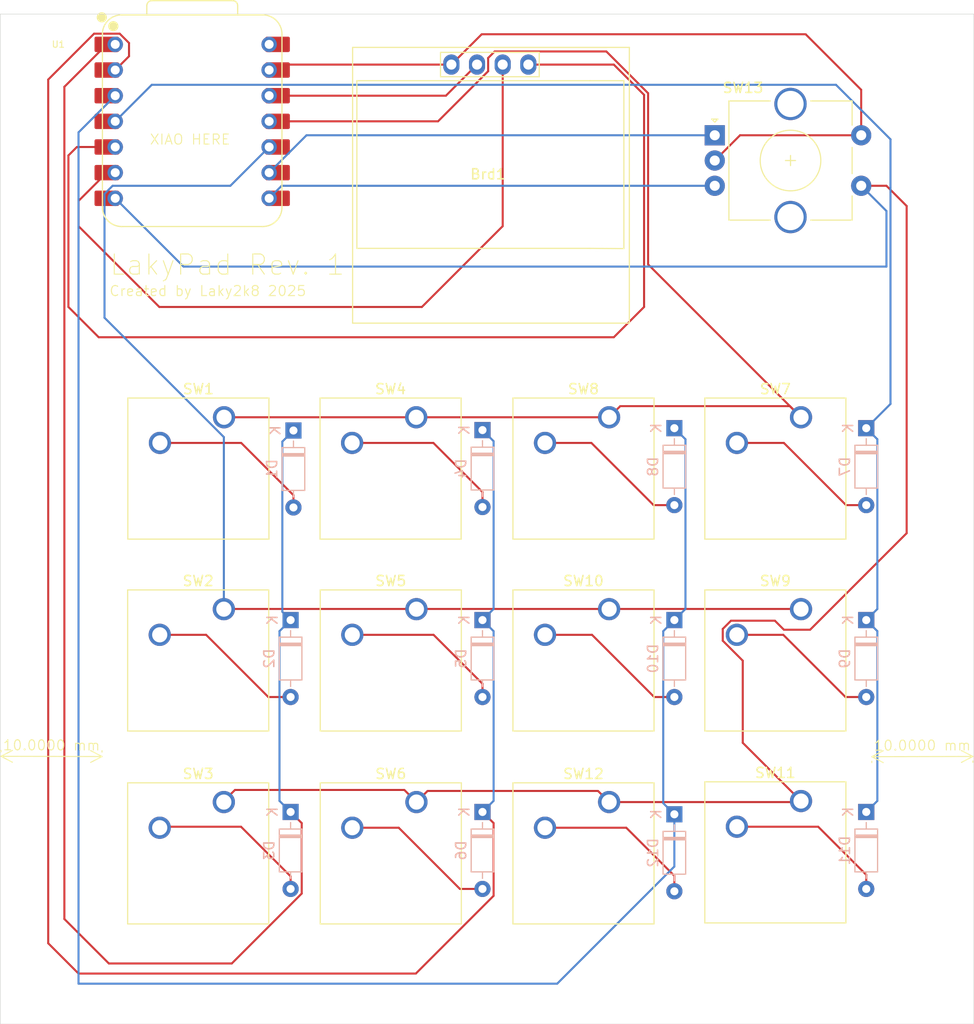
<source format=kicad_pcb>
(kicad_pcb (version 20240108) (generator "pcbnew") (generator_version "8.0")
  (layers (0 "F.Cu" signal) (31 "B.Cu" signal) (34 "B.Paste" user) (35 "F.Paste" user) (36 "B.SilkS" user "B.Silkscreen") (37 "F.SilkS" user "F.Silkscreen") (38 "B.Mask" user) (39 "F.Mask" user) (44 "Edge.Cuts" user))
  (net 0 "")
  (net 1 "+3.3V")
  (net 2 "GND")
  (net 3 "Net-(Brd1-SCL)")
  (net 4 "Net-(Brd1-SDA)")
  (net 5 "/Row 1")
  (net 6 "Net-(D1-A)")
  (net 7 "Net-(D2-A)")
  (net 8 "Net-(D3-A)")
  (net 9 "/Row 2")
  (net 10 "Net-(D4-A)")
  (net 11 "Net-(D5-A)")
  (net 12 "Net-(D6-A)")
  (net 13 "Net-(D11-K)")
  (net 14 "Net-(D7-A)")
  (net 15 "Net-(D8-A)")
  (net 16 "/Row 3")
  (net 17 "Net-(D9-A)")
  (net 18 "Net-(D10-A)")
  (net 19 "Net-(D11-A)")
  (net 20 "Net-(D12-A)")
  (net 21 "/Col 1")
  (net 22 "Net-(U1-GPIO4{slash}MISO)")
  (net 23 "/Col 3")
  (net 24 "Net-(U1-GPIO1{slash}RX)")
  (net 25 "Net-(U1-GPIO2{slash}SCK)")
  (net 26 "+5V")
  (footprint "Button_Switch_Keyboard:SW_Cherry_MX_1.00u_PCB" (layer "F.Cu") (at 156.54 59.92)
    (property "Reference" "SW8" (at -2.54 -2.794 0) (layer "F.SilkS"))
    (property "Value" "SW_Push")
    (pad "" np_thru_hole circle (at -7.62 5.08) (size 1.7 1.7) (drill 1.7) (layers "*.Cu" "*.Mask"))
    (pad "" np_thru_hole circle (at -2.54 5.08) (size 4 4) (drill 4) (layers "*.Cu" "*.Mask"))
    (pad "" np_thru_hole circle (at 2.54 5.08) (size 1.7 1.7) (drill 1.7) (layers "*.Cu" "*.Mask"))
    (pad "1" thru_hole circle (at 0 0) (size 2.2 2.2) (drill 1.5) (layers "*.Cu" "*.Mask") (net 21 "/Col 1"))
    (pad "2" thru_hole circle (at -6.35 2.54) (size 2.2 2.2) (drill 1.5) (layers "*.Cu" "*.Mask") (net 15 "Net-(D8-A)"))
  )
  (footprint "Button_Switch_Keyboard:SW_Cherry_MX_1.00u_PCB" (layer "F.Cu") (at 137.46 98.02)
    (property "Reference" "SW6" (at -2.54 -2.794 0) (layer "F.SilkS"))
    (property "Value" "SW_Push")
    (pad "" np_thru_hole circle (at -7.62 5.08) (size 1.7 1.7) (drill 1.7) (layers "*.Cu" "*.Mask"))
    (pad "" np_thru_hole circle (at -2.54 5.08) (size 4 4) (drill 4) (layers "*.Cu" "*.Mask"))
    (pad "" np_thru_hole circle (at 2.54 5.08) (size 1.7 1.7) (drill 1.7) (layers "*.Cu" "*.Mask"))
    (pad "1" thru_hole circle (at 0 0) (size 2.2 2.2) (drill 1.5) (layers "*.Cu" "*.Mask") (net 23 "/Col 3"))
    (pad "2" thru_hole circle (at -6.35 2.54) (size 2.2 2.2) (drill 1.5) (layers "*.Cu" "*.Mask") (net 12 "Net-(D6-A)"))
  )
  (footprint "Button_Switch_Keyboard:SW_Cherry_MX_1.00u_PCB" (layer "F.Cu") (at 175.54 59.92)
    (property "Reference" "SW7" (at -2.54 -2.794 0) (layer "F.SilkS"))
    (property "Value" "SW_Push")
    (pad "" np_thru_hole circle (at -7.62 5.08) (size 1.7 1.7) (drill 1.7) (layers "*.Cu" "*.Mask"))
    (pad "" np_thru_hole circle (at -2.54 5.08) (size 4 4) (drill 4) (layers "*.Cu" "*.Mask"))
    (pad "" np_thru_hole circle (at 2.54 5.08) (size 1.7 1.7) (drill 1.7) (layers "*.Cu" "*.Mask"))
    (pad "1" thru_hole circle (at 0 0) (size 2.2 2.2) (drill 1.5) (layers "*.Cu" "*.Mask") (net 21 "/Col 1"))
    (pad "2" thru_hole circle (at -6.35 2.54) (size 2.2 2.2) (drill 1.5) (layers "*.Cu" "*.Mask") (net 14 "Net-(D7-A)"))
  )
  (footprint "OPL:XIAO-RP2040-DIP" (layer "F.Cu") (at 115.255 30.62)
    (property "Reference" "U1" (at -13.255 -7.62 0) (layer "F.SilkS") (effects (font (size 0.635 0.635) (thickness 0.1016))))
    (property "Value" "XIAO-RP2040-DIP")
    (pad "1" smd roundrect (at -8.455 -7.62 180) (size 2.432 1.524) (layers "F.Cu" "F.Mask") (roundrect_rratio 0.1) (net 5 "/Row 1"))
    (pad "1" thru_hole circle (at -7.62 -7.62 180) (size 1.524 1.524) (drill 0.889) (layers "*.Cu" "*.Mask") (net 5 "/Row 1"))
    (pad "2" smd roundrect (at -8.455 -5.08 180) (size 2.432 1.524) (layers "F.Cu" "F.Mask") (roundrect_rratio 0.1) (net 9 "/Row 2"))
    (pad "2" thru_hole circle (at -7.62 -5.08 180) (size 1.524 1.524) (drill 0.889) (layers "*.Cu" "*.Mask") (net 9 "/Row 2"))
    (pad "3" smd roundrect (at -8.455 -2.54 180) (size 2.432 1.524) (layers "F.Cu" "F.Mask") (roundrect_rratio 0.1) (net 16 "/Row 3"))
    (pad "3" thru_hole circle (at -7.62 -2.54 180) (size 1.524 1.524) (drill 0.889) (layers "*.Cu" "*.Mask") (net 16 "/Row 3"))
    (pad "4" smd roundrect (at -8.455 0 180) (size 2.432 1.524) (layers "F.Cu" "F.Mask") (roundrect_rratio 0.1) (net 13 "Net-(D11-K)"))
    (pad "4" thru_hole circle (at -7.62 0 180) (size 1.524 1.524) (drill 0.889) (layers "*.Cu" "*.Mask") (net 13 "Net-(D11-K)"))
    (pad "5" smd roundrect (at -8.455 2.54 180) (size 2.432 1.524) (layers "F.Cu" "F.Mask") (roundrect_rratio 0.1) (net 4 "Net-(Brd1-SDA)"))
    (pad "5" thru_hole circle (at -7.62 2.54 180) (size 1.524 1.524) (drill 0.889) (layers "*.Cu" "*.Mask") (net 4 "Net-(Brd1-SDA)"))
    (pad "6" smd roundrect (at -8.455 5.08 180) (size 2.432 1.524) (layers "F.Cu" "F.Mask") (roundrect_rratio 0.1) (net 3 "Net-(Brd1-SCL)"))
    (pad "6" thru_hole circle (at -7.62 5.08 180) (size 1.524 1.524) (drill 0.889) (layers "*.Cu" "*.Mask") (net 3 "Net-(Brd1-SCL)"))
    (pad "7" smd roundrect (at -8.455 7.62 180) (size 2.432 1.524) (layers "F.Cu" "F.Mask") (roundrect_rratio 0.1) (net 23 "/Col 3"))
    (pad "7" thru_hole circle (at -7.62 7.62 180) (size 1.524 1.524) (drill 0.889) (layers "*.Cu" "*.Mask") (net 23 "/Col 3"))
    (pad "8" thru_hole circle (at 7.62 7.62) (size 1.524 1.524) (drill 0.889) (layers "*.Cu" "*.Mask") (net 24 "Net-(U1-GPIO1{slash}RX)"))
    (pad "8" smd roundrect (at 8.455 7.62) (size 2.432 1.524) (layers "F.Cu" "F.Mask") (roundrect_rratio 0.1) (net 24 "Net-(U1-GPIO1{slash}RX)"))
    (pad "9" thru_hole circle (at 7.62 5.08) (size 1.524 1.524) (drill 0.889) (layers "*.Cu" "*.Mask") (net 25 "Net-(U1-GPIO2{slash}SCK)"))
    (pad "9" smd roundrect (at 8.455 5.08) (size 2.432 1.524) (layers "F.Cu" "F.Mask") (roundrect_rratio 0.1) (net 25 "Net-(U1-GPIO2{slash}SCK)"))
    (pad "10" thru_hole circle (at 7.62 2.54) (size 1.524 1.524) (drill 0.889) (layers "*.Cu" "*.Mask") (net 22 "Net-(U1-GPIO4{slash}MISO)"))
    (pad "10" smd roundrect (at 8.455 2.54) (size 2.432 1.524) (layers "F.Cu" "F.Mask") (roundrect_rratio 0.1) (net 22 "Net-(U1-GPIO4{slash}MISO)"))
    (pad "11" thru_hole circle (at 7.62 0) (size 1.524 1.524) (drill 0.889) (layers "*.Cu" "*.Mask") (net 21 "/Col 1"))
    (pad "11" smd roundrect (at 8.455 0) (size 2.432 1.524) (layers "F.Cu" "F.Mask") (roundrect_rratio 0.1) (net 21 "/Col 1"))
    (pad "12" thru_hole circle (at 7.62 -2.54) (size 1.524 1.524) (drill 0.889) (layers "*.Cu" "*.Mask") (net 1 "+3.3V"))
    (pad "12" smd roundrect (at 8.455 -2.54) (size 2.432 1.524) (layers "F.Cu" "F.Mask") (roundrect_rratio 0.1) (net 1 "+3.3V"))
    (pad "13" thru_hole circle (at 7.62 -5.08) (size 1.524 1.524) (drill 0.889) (layers "*.Cu" "*.Mask") (net 2 "GND"))
    (pad "13" smd roundrect (at 8.455 -5.08) (size 2.432 1.524) (layers "F.Cu" "F.Mask") (roundrect_rratio 0.1) (net 2 "GND"))
    (pad "14" thru_hole circle (at 7.62 -7.62) (size 1.524 1.524) (drill 0.889) (layers "*.Cu" "*.Mask") (net 26 "+5V"))
    (pad "14" smd roundrect (at 8.455 -7.62) (size 2.432 1.524) (layers "F.Cu" "F.Mask") (roundrect_rratio 0.1) (net 26 "+5V"))
  )
  (footprint "Button_Switch_Keyboard:SW_Cherry_MX_1.00u_PCB" (layer "F.Cu") (at 156.54 98.02)
    (property "Reference" "SW12" (at -2.54 -2.794 0) (layer "F.SilkS"))
    (property "Value" "SW_Push")
    (pad "" np_thru_hole circle (at -7.62 5.08) (size 1.7 1.7) (drill 1.7) (layers "*.Cu" "*.Mask"))
    (pad "" np_thru_hole circle (at -2.54 5.08) (size 4 4) (drill 4) (layers "*.Cu" "*.Mask"))
    (pad "" np_thru_hole circle (at 2.54 5.08) (size 1.7 1.7) (drill 1.7) (layers "*.Cu" "*.Mask"))
    (pad "1" thru_hole circle (at 0 0) (size 2.2 2.2) (drill 1.5) (layers "*.Cu" "*.Mask") (net 23 "/Col 3"))
    (pad "2" thru_hole circle (at -6.35 2.54) (size 2.2 2.2) (drill 1.5) (layers "*.Cu" "*.Mask") (net 20 "Net-(D12-A)"))
  )
  (footprint "SSD1306:128x64OLED" (layer "F.Cu") (at 144.54 35.6)
    (property "Reference" "Brd1" (at 0 0.254 0) (layer "F.SilkS"))
    (property "Value" "SSD1306")
    (pad "1" thru_hole oval (at -3.62 -10.6 90) (size 2 1.6) (drill 1) (layers "*.Cu" "*.Mask") (net 2 "GND"))
    (pad "2" thru_hole oval (at -1.08 -10.6 90) (size 2 1.6) (drill 1) (layers "*.Cu" "*.Mask") (net 1 "+3.3V"))
    (pad "3" thru_hole oval (at 1.46 -10.6 90) (size 2 1.6) (drill 1) (layers "*.Cu" "*.Mask") (net 3 "Net-(Brd1-SCL)"))
    (pad "4" thru_hole oval (at 4 -10.6 90) (size 2 1.6) (drill 1) (layers "*.Cu" "*.Mask") (net 4 "Net-(Brd1-SDA)"))
  )
  (footprint "Button_Switch_Keyboard:SW_Cherry_MX_1.00u_PCB" (layer "F.Cu") (at 175.54 97.92)
    (property "Reference" "SW11" (at -2.54 -2.794 0) (layer "F.SilkS"))
    (property "Value" "SW_Push")
    (pad "" np_thru_hole circle (at -7.62 5.08) (size 1.7 1.7) (drill 1.7) (layers "*.Cu" "*.Mask"))
    (pad "" np_thru_hole circle (at -2.54 5.08) (size 4 4) (drill 4) (layers "*.Cu" "*.Mask"))
    (pad "" np_thru_hole circle (at 2.54 5.08) (size 1.7 1.7) (drill 1.7) (layers "*.Cu" "*.Mask"))
    (pad "1" thru_hole circle (at 0 0) (size 2.2 2.2) (drill 1.5) (layers "*.Cu" "*.Mask") (net 23 "/Col 3"))
    (pad "2" thru_hole circle (at -6.35 2.54) (size 2.2 2.2) (drill 1.5) (layers "*.Cu" "*.Mask") (net 19 "Net-(D11-A)"))
  )
  (footprint "Button_Switch_Keyboard:SW_Cherry_MX_1.00u_PCB" (layer "F.Cu") (at 137.46 78.92)
    (property "Reference" "SW5" (at -2.54 -2.794 0) (layer "F.SilkS"))
    (property "Value" "SW_Push")
    (pad "" np_thru_hole circle (at -7.62 5.08) (size 1.7 1.7) (drill 1.7) (layers "*.Cu" "*.Mask"))
    (pad "" np_thru_hole circle (at -2.54 5.08) (size 4 4) (drill 4) (layers "*.Cu" "*.Mask"))
    (pad "" np_thru_hole circle (at 2.54 5.08) (size 1.7 1.7) (drill 1.7) (layers "*.Cu" "*.Mask"))
    (pad "1" thru_hole circle (at 0 0) (size 2.2 2.2) (drill 1.5) (layers "*.Cu" "*.Mask") (net 22 "Net-(U1-GPIO4{slash}MISO)"))
    (pad "2" thru_hole circle (at -6.35 2.54) (size 2.2 2.2) (drill 1.5) (layers "*.Cu" "*.Mask") (net 11 "Net-(D5-A)"))
  )
  (footprint "Button_Switch_Keyboard:SW_Cherry_MX_1.00u_PCB" (layer "F.Cu") (at 137.44 59.92)
    (property "Reference" "SW4" (at -2.54 -2.794 0) (layer "F.SilkS"))
    (property "Value" "SW_Push")
    (pad "" np_thru_hole circle (at -7.62 5.08) (size 1.7 1.7) (drill 1.7) (layers "*.Cu" "*.Mask"))
    (pad "" np_thru_hole circle (at -2.54 5.08) (size 4 4) (drill 4) (layers "*.Cu" "*.Mask"))
    (pad "" np_thru_hole circle (at 2.54 5.08) (size 1.7 1.7) (drill 1.7) (layers "*.Cu" "*.Mask"))
    (pad "1" thru_hole circle (at 0 0) (size 2.2 2.2) (drill 1.5) (layers "*.Cu" "*.Mask") (net 21 "/Col 1"))
    (pad "2" thru_hole circle (at -6.35 2.54) (size 2.2 2.2) (drill 1.5) (layers "*.Cu" "*.Mask") (net 10 "Net-(D4-A)"))
  )
  (footprint "Button_Switch_Keyboard:SW_Cherry_MX_1.00u_PCB" (layer "F.Cu") (at 118.39 78.92)
    (property "Reference" "SW2" (at -2.54 -2.794 0) (layer "F.SilkS"))
    (property "Value" "SW_Push")
    (pad "" np_thru_hole circle (at -7.62 5.08) (size 1.7 1.7) (drill 1.7) (layers "*.Cu" "*.Mask"))
    (pad "" np_thru_hole circle (at -2.54 5.08) (size 4 4) (drill 4) (layers "*.Cu" "*.Mask"))
    (pad "" np_thru_hole circle (at 2.54 5.08) (size 1.7 1.7) (drill 1.7) (layers "*.Cu" "*.Mask"))
    (pad "1" thru_hole circle (at 0 0) (size 2.2 2.2) (drill 1.5) (layers "*.Cu" "*.Mask") (net 22 "Net-(U1-GPIO4{slash}MISO)"))
    (pad "2" thru_hole circle (at -6.35 2.54) (size 2.2 2.2) (drill 1.5) (layers "*.Cu" "*.Mask") (net 7 "Net-(D2-A)"))
  )
  (footprint "Button_Switch_Keyboard:SW_Cherry_MX_1.00u_PCB" (layer "F.Cu") (at 118.41 59.92)
    (property "Reference" "SW1" (at -2.54 -2.794 0) (layer "F.SilkS"))
    (property "Value" "SW_Push")
    (pad "" np_thru_hole circle (at -7.62 5.08) (size 1.7 1.7) (drill 1.7) (layers "*.Cu" "*.Mask"))
    (pad "" np_thru_hole circle (at -2.54 5.08) (size 4 4) (drill 4) (layers "*.Cu" "*.Mask"))
    (pad "" np_thru_hole circle (at 2.54 5.08) (size 1.7 1.7) (drill 1.7) (layers "*.Cu" "*.Mask"))
    (pad "1" thru_hole circle (at 0 0) (size 2.2 2.2) (drill 1.5) (layers "*.Cu" "*.Mask") (net 21 "/Col 1"))
    (pad "2" thru_hole circle (at -6.35 2.54) (size 2.2 2.2) (drill 1.5) (layers "*.Cu" "*.Mask") (net 6 "Net-(D1-A)"))
  )
  (footprint "Rotary:RotaryEncoder_Alps_EC11E-Switch_Vertical_H20mm_CircularMountingHoles" (layer "F.Cu") (at 167 32)
    (property "Reference" "SW13" (at 2.8 -4.7 0) (layer "F.SilkS"))
    (property "Value" "RotaryEncoder_Switch")
    (pad "A" thru_hole rect (at 0 0) (size 2 2) (drill 1) (layers "*.Cu" "*.Mask") (net 25 "Net-(U1-GPIO2{slash}SCK)"))
    (pad "B" thru_hole circle (at 0 5) (size 2 2) (drill 1) (layers "*.Cu" "*.Mask") (net 24 "Net-(U1-GPIO1{slash}RX)"))
    (pad "C" thru_hole circle (at 0 2.5) (size 2 2) (drill 1) (layers "*.Cu" "*.Mask") (net 2 "GND"))
    (pad "MP" thru_hole circle (at 7.5 -3.1) (size 3.2 3.2) (drill 2.6) (layers "*.Cu" "*.Mask"))
    (pad "MP" thru_hole circle (at 7.5 8.1) (size 3.2 3.2) (drill 2.6) (layers "*.Cu" "*.Mask"))
    (pad "S1" thru_hole circle (at 14.5 5) (size 2 2) (drill 1) (layers "*.Cu" "*.Mask") (net 23 "/Col 3"))
    (pad "S2" thru_hole circle (at 14.5 0) (size 2 2) (drill 1) (layers "*.Cu" "*.Mask") (net 2 "GND"))
  )
  (footprint "Button_Switch_Keyboard:SW_Cherry_MX_1.00u_PCB" (layer "F.Cu") (at 156.54 78.92)
    (property "Reference" "SW10" (at -2.54 -2.794 0) (layer "F.SilkS"))
    (property "Value" "SW_Push")
    (pad "" np_thru_hole circle (at -7.62 5.08) (size 1.7 1.7) (drill 1.7) (layers "*.Cu" "*.Mask"))
    (pad "" np_thru_hole circle (at -2.54 5.08) (size 4 4) (drill 4) (layers "*.Cu" "*.Mask"))
    (pad "" np_thru_hole circle (at 2.54 5.08) (size 1.7 1.7) (drill 1.7) (layers "*.Cu" "*.Mask"))
    (pad "1" thru_hole circle (at 0 0) (size 2.2 2.2) (drill 1.5) (layers "*.Cu" "*.Mask") (net 22 "Net-(U1-GPIO4{slash}MISO)"))
    (pad "2" thru_hole circle (at -6.35 2.54) (size 2.2 2.2) (drill 1.5) (layers "*.Cu" "*.Mask") (net 18 "Net-(D10-A)"))
  )
  (footprint "Button_Switch_Keyboard:SW_Cherry_MX_1.00u_PCB" (layer "F.Cu") (at 118.39 98.02)
    (property "Reference" "SW3" (at -2.54 -2.794 0) (layer "F.SilkS"))
    (property "Value" "SW_Push")
    (pad "" np_thru_hole circle (at -7.62 5.08) (size 1.7 1.7) (drill 1.7) (layers "*.Cu" "*.Mask"))
    (pad "" np_thru_hole circle (at -2.54 5.08) (size 4 4) (drill 4) (layers "*.Cu" "*.Mask"))
    (pad "" np_thru_hole circle (at 2.54 5.08) (size 1.7 1.7) (drill 1.7) (layers "*.Cu" "*.Mask"))
    (pad "1" thru_hole circle (at 0 0) (size 2.2 2.2) (drill 1.5) (layers "*.Cu" "*.Mask") (net 23 "/Col 3"))
    (pad "2" thru_hole circle (at -6.35 2.54) (size 2.2 2.2) (drill 1.5) (layers "*.Cu" "*.Mask") (net 8 "Net-(D3-A)"))
  )
  (footprint "Button_Switch_Keyboard:SW_Cherry_MX_1.00u_PCB" (layer "F.Cu") (at 175.54 78.92)
    (property "Reference" "SW9" (at -2.54 -2.794 0) (layer "F.SilkS"))
    (property "Value" "SW_Push")
    (pad "" np_thru_hole circle (at -7.62 5.08) (size 1.7 1.7) (drill 1.7) (layers "*.Cu" "*.Mask"))
    (pad "" np_thru_hole circle (at -2.54 5.08) (size 4 4) (drill 4) (layers "*.Cu" "*.Mask"))
    (pad "" np_thru_hole circle (at 2.54 5.08) (size 1.7 1.7) (drill 1.7) (layers "*.Cu" "*.Mask"))
    (pad "1" thru_hole circle (at 0 0) (size 2.2 2.2) (drill 1.5) (layers "*.Cu" "*.Mask") (net 22 "Net-(U1-GPIO4{slash}MISO)"))
    (pad "2" thru_hole circle (at -6.35 2.54) (size 2.2 2.2) (drill 1.5) (layers "*.Cu" "*.Mask") (net 17 "Net-(D9-A)"))
  )
  (footprint "Diode_THT:D_DO-35_SOD27_P7.62mm_Horizontal" (layer "B.Cu") (at 182 61 -90)
    (property "Reference" "D7" (at 3.81 2.12 90) (layer "B.SilkS") (effects (justify mirror)))
    (property "Value" "1N4148")
    (fp_text user "K" (at 0 1.8 90) (layer "B.SilkS") (effects (justify mirror)))
    (pad "1" thru_hole rect (at 0 0 270) (size 1.6 1.6) (drill 0.8) (layers "*.Cu" "*.Mask") (net 13 "Net-(D11-K)"))
    (pad "2" thru_hole oval (at 7.62 0 270) (size 1.6 1.6) (drill 0.8) (layers "*.Cu" "*.Mask") (net 14 "Net-(D7-A)"))
  )
  (footprint "Diode_THT:D_DO-35_SOD27_P7.62mm_Horizontal" (layer "B.Cu") (at 182 99 -90)
    (property "Reference" "D11" (at 3.81 2.12 90) (layer "B.SilkS") (effects (justify mirror)))
    (property "Value" "1N4148")
    (fp_text user "K" (at 0 1.8 90) (layer "B.SilkS") (effects (justify mirror)))
    (pad "1" thru_hole rect (at 0 0 270) (size 1.6 1.6) (drill 0.8) (layers "*.Cu" "*.Mask") (net 13 "Net-(D11-K)"))
    (pad "2" thru_hole oval (at 7.62 0 270) (size 1.6 1.6) (drill 0.8) (layers "*.Cu" "*.Mask") (net 19 "Net-(D11-A)"))
  )
  (footprint "Diode_THT:D_DO-35_SOD27_P7.62mm_Horizontal" (layer "B.Cu") (at 144 61.19 -90)
    (property "Reference" "D4" (at 3.81 2.12 90) (layer "B.SilkS") (effects (justify mirror)))
    (property "Value" "1N4148")
    (fp_text user "K" (at 0 1.8 90) (layer "B.SilkS") (effects (justify mirror)))
    (pad "1" thru_hole rect (at 0 0 270) (size 1.6 1.6) (drill 0.8) (layers "*.Cu" "*.Mask") (net 9 "/Row 2"))
    (pad "2" thru_hole oval (at 7.62 0 270) (size 1.6 1.6) (drill 0.8) (layers "*.Cu" "*.Mask") (net 10 "Net-(D4-A)"))
  )
  (footprint "Diode_THT:D_DO-35_SOD27_P7.62mm_Horizontal" (layer "B.Cu") (at 163 61 -90)
    (property "Reference" "D8" (at 3.81 2.12 90) (layer "B.SilkS") (effects (justify mirror)))
    (property "Value" "1N4148")
    (fp_text user "K" (at 0 1.8 90) (layer "B.SilkS") (effects (justify mirror)))
    (pad "1" thru_hole rect (at 0 0 270) (size 1.6 1.6) (drill 0.8) (layers "*.Cu" "*.Mask") (net 16 "/Row 3"))
    (pad "2" thru_hole oval (at 7.62 0 270) (size 1.6 1.6) (drill 0.8) (layers "*.Cu" "*.Mask") (net 15 "Net-(D8-A)"))
  )
  (footprint "Diode_THT:D_DO-35_SOD27_P7.62mm_Horizontal" (layer "B.Cu") (at 144 80 -90)
    (property "Reference" "D5" (at 3.81 2.12 90) (layer "B.SilkS") (effects (justify mirror)))
    (property "Value" "1N4148")
    (fp_text user "K" (at 0 1.8 90) (layer "B.SilkS") (effects (justify mirror)))
    (pad "1" thru_hole rect (at 0 0 270) (size 1.6 1.6) (drill 0.8) (layers "*.Cu" "*.Mask") (net 9 "/Row 2"))
    (pad "2" thru_hole oval (at 7.62 0 270) (size 1.6 1.6) (drill 0.8) (layers "*.Cu" "*.Mask") (net 11 "Net-(D5-A)"))
  )
  (footprint "Diode_THT:D_DO-35_SOD27_P7.62mm_Horizontal" (layer "B.Cu") (at 144 99 -90)
    (property "Reference" "D6" (at 3.81 2.12 90) (layer "B.SilkS") (effects (justify mirror)))
    (property "Value" "1N4148")
    (fp_text user "K" (at 0 1.8 90) (layer "B.SilkS") (effects (justify mirror)))
    (pad "1" thru_hole rect (at 0 0 270) (size 1.6 1.6) (drill 0.8) (layers "*.Cu" "*.Mask") (net 9 "/Row 2"))
    (pad "2" thru_hole oval (at 7.62 0 270) (size 1.6 1.6) (drill 0.8) (layers "*.Cu" "*.Mask") (net 12 "Net-(D6-A)"))
  )
  (footprint "Diode_THT:D_DO-35_SOD27_P7.62mm_Horizontal" (layer "B.Cu") (at 125.2825 61.23125 -90)
    (property "Reference" "D1" (at 3.81 2.12 90) (layer "B.SilkS") (effects (justify mirror)))
    (property "Value" "1N4148")
    (fp_text user "K" (at 0 1.8 90) (layer "B.SilkS") (effects (justify mirror)))
    (pad "1" thru_hole rect (at 0 0 270) (size 1.6 1.6) (drill 0.8) (layers "*.Cu" "*.Mask") (net 5 "/Row 1"))
    (pad "2" thru_hole oval (at 7.62 0 270) (size 1.6 1.6) (drill 0.8) (layers "*.Cu" "*.Mask") (net 6 "Net-(D1-A)"))
  )
  (footprint "Diode_THT:D_DO-35_SOD27_P7.62mm_Horizontal" (layer "B.Cu") (at 163 99.23125 -90)
    (property "Reference" "D12" (at 3.81 2.12 90) (layer "B.SilkS") (effects (justify mirror)))
    (property "Value" "1N4148")
    (fp_text user "K" (at 0 1.8 90) (layer "B.SilkS") (effects (justify mirror)))
    (pad "1" thru_hole rect (at 0 0 270) (size 1.6 1.6) (drill 0.8) (layers "*.Cu" "*.Mask") (net 16 "/Row 3"))
    (pad "2" thru_hole oval (at 7.62 0 270) (size 1.6 1.6) (drill 0.8) (layers "*.Cu" "*.Mask") (net 20 "Net-(D12-A)"))
  )
  (footprint "Diode_THT:D_DO-35_SOD27_P7.62mm_Horizontal" (layer "B.Cu") (at 125 99 -90)
    (property "Reference" "D3" (at 3.81 2.12 90) (layer "B.SilkS") (effects (justify mirror)))
    (property "Value" "1N4148")
    (fp_text user "K" (at 0 1.8 90) (layer "B.SilkS") (effects (justify mirror)))
    (pad "1" thru_hole rect (at 0 0 270) (size 1.6 1.6) (drill 0.8) (layers "*.Cu" "*.Mask") (net 5 "/Row 1"))
    (pad "2" thru_hole oval (at 7.62 0 270) (size 1.6 1.6) (drill 0.8) (layers "*.Cu" "*.Mask") (net 8 "Net-(D3-A)"))
  )
  (footprint "Diode_THT:D_DO-35_SOD27_P7.62mm_Horizontal" (layer "B.Cu") (at 125 80 -90)
    (property "Reference" "D2" (at 3.81 2.12 90) (layer "B.SilkS") (effects (justify mirror)))
    (property "Value" "1N4148")
    (fp_text user "K" (at 0 1.8 90) (layer "B.SilkS") (effects (justify mirror)))
    (pad "1" thru_hole rect (at 0 0 270) (size 1.6 1.6) (drill 0.8) (layers "*.Cu" "*.Mask") (net 5 "/Row 1"))
    (pad "2" thru_hole oval (at 7.62 0 270) (size 1.6 1.6) (drill 0.8) (layers "*.Cu" "*.Mask") (net 7 "Net-(D2-A)"))
  )
  (footprint "Diode_THT:D_DO-35_SOD27_P7.62mm_Horizontal" (layer "B.Cu") (at 163 80 -90)
    (property "Reference" "D10" (at 3.81 2.12 90) (layer "B.SilkS") (effects (justify mirror)))
    (property "Value" "1N4148")
    (fp_text user "K" (at 0 1.8 90) (layer "B.SilkS") (effects (justify mirror)))
    (pad "1" thru_hole rect (at 0 0 270) (size 1.6 1.6) (drill 0.8) (layers "*.Cu" "*.Mask") (net 16 "/Row 3"))
    (pad "2" thru_hole oval (at 7.62 0 270) (size 1.6 1.6) (drill 0.8) (layers "*.Cu" "*.Mask") (net 18 "Net-(D10-A)"))
  )
  (footprint "Diode_THT:D_DO-35_SOD27_P7.62mm_Horizontal" (layer "B.Cu") (at 182 80 -90)
    (property "Reference" "D9" (at 3.81 2.12 90) (layer "B.SilkS") (effects (justify mirror)))
    (property "Value" "1N4148")
    (fp_text user "K" (at 0 1.8 90) (layer "B.SilkS") (effects (justify mirror)))
    (pad "1" thru_hole rect (at 0 0 270) (size 1.6 1.6) (drill 0.8) (layers "*.Cu" "*.Mask") (net 13 "Net-(D11-K)"))
    (pad "2" thru_hole oval (at 7.62 0 270) (size 1.6 1.6) (drill 0.8) (layers "*.Cu" "*.Mask") (net 17 "Net-(D9-A)"))
  )
  (gr_rect (start 96.25 20) (end 192.65 120) (stroke (width 0.05)) (fill none) (layer "Edge.Cuts"))
  (gr_text "XIAO HERE" (at 111 33 0) (layer "F.SilkS") (effects (font (size 1 1) (thickness 0.1)) (justify left bottom)))
  (gr_text "Created by Laky2k8 2025" (at 107 48 0) (layer "F.SilkS") (effects (font (size 1 1) (thickness 0.1)) (justify left bottom)))
  (gr_text "LakyPad Rev. 1" (at 107 46 0) (layer "F.SilkS") (effects (font (size 2 2) (thickness 0.1)) (justify left bottom)))
  (dimension (type aligned) (layer "F.SilkS") (pts (xy 182.55 93.475) (xy 192.55 93.45)) (height 0.054037) (gr_text "10,0000 mm" (at 187.547385 92.41654 0.1432391504) (layer "F.SilkS") (effects (font (size 1 1) (thickness 0.1)))) (format (prefix "") (suffix "") (units 3) (units_format 1) (precision 4)) (style (thickness 0.1) (arrow_length 1.27) (text_position_mode 0) (extension_height 0.58642) (extension_offset 0.5) keep_text_aligned))
  (dimension (type aligned) (layer "F.SilkS") (pts (xy 106.325 93.575) (xy 96.325 93.55)) (height 0.062307) (gr_text "10,0000 mm" (at 101.327906 92.400196 -0.1432391504) (layer "F.SilkS") (effects (font (size 1 1) (thickness 0.1)))) (format (prefix "") (suffix "") (units 3) (units_format 1) (precision 4)) (style (thickness 0.1) (arrow_length 1.27) (text_position_mode 0) (extension_height 0.58642) (extension_offset 0.5) keep_text_aligned))
  (segment (start 143.46 25) (end 140.38 28.08) (width 0.2) (layer "F.Cu") (net 1))
  (segment (start 140.38 28.08) (end 123.71 28.08) (width 0.2) (layer "F.Cu") (net 1))
  (segment (start 140.92 25) (end 124.25 25) (width 0.2) (layer "F.Cu") (net 2))
  (segment (start 176 22) (end 143.92 22) (width 0.2) (layer "F.Cu") (net 2))
  (segment (start 124.25 25) (end 123.71 25.54) (width 0.2) (layer "F.Cu") (net 2))
  (segment (start 167 34.5) (end 169.5 32) (width 0.2) (layer "F.Cu") (net 2))
  (segment (start 169.5 32) (end 181.5 32) (width 0.2) (layer "F.Cu") (net 2))
  (segment (start 181.5 27.5) (end 176 22) (width 0.2) (layer "F.Cu") (net 2))
  (segment (start 143.92 22) (end 140.92 25) (width 0.2) (layer "F.Cu") (net 2))
  (segment (start 181.5 32) (end 181.5 27.5) (width 0.2) (layer "F.Cu") (net 2))
  (segment (start 138 49) (end 112 49) (width 0.2) (layer "F.Cu") (net 3))
  (segment (start 146 41) (end 138 49) (width 0.2) (layer "F.Cu") (net 3))
  (segment (start 104 41) (end 104 38.5) (width 0.2) (layer "F.Cu") (net 3))
  (segment (start 112 49) (end 104 41) (width 0.2) (layer "F.Cu") (net 3))
  (segment (start 104 38.5) (end 106.8 35.7) (width 0.2) (layer "F.Cu") (net 3))
  (segment (start 146 25) (end 146 41) (width 0.2) (layer "F.Cu") (net 3))
  (segment (start 157 25) (end 160 28) (width 0.2) (layer "F.Cu") (net 4))
  (segment (start 160 49) (end 157 52) (width 0.2) (layer "F.Cu") (net 4))
  (segment (start 160 28) (end 160 49) (width 0.2) (layer "F.Cu") (net 4))
  (segment (start 157 52) (end 106 52) (width 0.2) (layer "F.Cu") (net 4))
  (segment (start 148.54 25) (end 157 25) (width 0.2) (layer "F.Cu") (net 4))
  (segment (start 103 49) (end 103 34) (width 0.2) (layer "F.Cu") (net 4))
  (segment (start 103.84 33.16) (end 106.8 33.16) (width 0.2) (layer "F.Cu") (net 4))
  (segment (start 103 34) (end 103.84 33.16) (width 0.2) (layer "F.Cu") (net 4))
  (segment (start 106 52) (end 103 49) (width 0.2) (layer "F.Cu") (net 4))
  (segment (start 126.1 107.075635) (end 119.175635 114) (width 0.2) (layer "F.Cu") (net 5))
  (segment (start 102.6 27.2) (end 106.8 23) (width 0.2) (layer "F.Cu") (net 5))
  (segment (start 102.6 109.6) (end 102.6 27.2) (width 0.2) (layer "F.Cu") (net 5))
  (segment (start 107 114) (end 102.6 109.6) (width 0.2) (layer "F.Cu") (net 5))
  (segment (start 119.175635 114) (end 107 114) (width 0.2) (layer "F.Cu") (net 5))
  (segment (start 125 99) (end 126.1 100.1) (width 0.2) (layer "F.Cu") (net 5))
  (segment (start 126.1 100.1) (end 126.1 107.075635) (width 0.2) (layer "F.Cu") (net 5))
  (segment (start 124.1825 79.1825) (end 125 80) (width 0.2) (layer "B.Cu") (net 5))
  (segment (start 125 80) (end 123.9 81.1) (width 0.2) (layer "B.Cu") (net 5))
  (segment (start 123.9 97.9) (end 125 99) (width 0.2) (layer "B.Cu") (net 5))
  (segment (start 125.2825 61.23125) (end 124.1825 62.33125) (width 0.2) (layer "B.Cu") (net 5))
  (segment (start 124.1825 62.33125) (end 124.1825 79.1825) (width 0.2) (layer "B.Cu") (net 5))
  (segment (start 123.9 81.1) (end 123.9 97.9) (width 0.2) (layer "B.Cu") (net 5))
  (segment (start 125.2825 67.635444) (end 125.2825 68.85125) (width 0.2) (layer "F.Cu") (net 6))
  (segment (start 120.107056 62.46) (end 125.2825 67.635444) (width 0.2) (layer "F.Cu") (net 6))
  (segment (start 112.06 62.46) (end 120.107056 62.46) (width 0.2) (layer "F.Cu") (net 6))
  (segment (start 122.793402 87.62) (end 125 87.62) (width 0.2) (layer "F.Cu") (net 7))
  (segment (start 112.04 81.46) (end 116.633402 81.46) (width 0.2) (layer "F.Cu") (net 7))
  (segment (start 116.633402 81.46) (end 122.793402 87.62) (width 0.2) (layer "F.Cu") (net 7))
  (segment (start 120.087056 100.46) (end 125 105.372944) (width 0.2) (layer "F.Cu") (net 8))
  (segment (start 112.04 100.46) (end 120.087056 100.46) (width 0.2) (layer "F.Cu") (net 8))
  (segment (start 125 105.372944) (end 125 106.62) (width 0.2) (layer "F.Cu") (net 8))
  (segment (start 101 26.482786) (end 105.544786 21.938) (width 0.2) (layer "F.Cu") (net 9))
  (segment (start 108.074895 21.938) (end 109 22.863105) (width 0.2) (layer "F.Cu") (net 9))
  (segment (start 104 115) (end 101 112) (width 0.2) (layer "F.Cu") (net 9))
  (segment (start 109 24.175) (end 107.635 25.54) (width 0.2) (layer "F.Cu") (net 9))
  (segment (start 144 99) (end 145.1 100.1) (width 0.2) (layer "F.Cu") (net 9))
  (segment (start 145.1 100.1) (end 145.1 107.3) (width 0.2) (layer "F.Cu") (net 9))
  (segment (start 109 22.863105) (end 109 24.175) (width 0.2) (layer "F.Cu") (net 9))
  (segment (start 145.1 107.3) (end 137.4 115) (width 0.2) (layer "F.Cu") (net 9))
  (segment (start 105.544786 21.938) (end 108.074895 21.938) (width 0.2) (layer "F.Cu") (net 9))
  (segment (start 137.4 115) (end 104 115) (width 0.2) (layer "F.Cu") (net 9))
  (segment (start 101 112) (end 101 26.482786) (width 0.2) (layer "F.Cu") (net 9))
  (segment (start 145.1 62.29) (end 145.1 78.9) (width 0.2) (layer "B.Cu") (net 9))
  (segment (start 145.1 78.9) (end 144 80) (width 0.2) (layer "B.Cu") (net 9))
  (segment (start 144 80) (end 145.1 81.1) (width 0.2) (layer "B.Cu") (net 9))
  (segment (start 145.1 97.9) (end 144 99) (width 0.2) (layer "B.Cu") (net 9))
  (segment (start 145.1 81.1) (end 145.1 97.9) (width 0.2) (layer "B.Cu") (net 9))
  (segment (start 144 61.19) (end 145.1 62.29) (width 0.2) (layer "B.Cu") (net 9))
  (segment (start 131.09 62.46) (end 139.137056 62.46) (width 0.2) (layer "F.Cu") (net 10))
  (segment (start 139.137056 62.46) (end 144 67.322944) (width 0.2) (layer "F.Cu") (net 10))
  (segment (start 144 67.322944) (end 144 68.81) (width 0.2) (layer "F.Cu") (net 10))
  (segment (start 144 86.302944) (end 144 87.62) (width 0.2) (layer "F.Cu") (net 11))
  (segment (start 139.157056 81.46) (end 144 86.302944) (width 0.2) (layer "F.Cu") (net 11))
  (segment (start 131.11 81.46) (end 139.157056 81.46) (width 0.2) (layer "F.Cu") (net 11))
  (segment (start 135.703402 100.56) (end 141.763402 106.62) (width 0.2) (layer "F.Cu") (net 12))
  (segment (start 141.763402 106.62) (end 144 106.62) (width 0.2) (layer "F.Cu") (net 12))
  (segment (start 131.11 100.56) (end 135.703402 100.56) (width 0.2) (layer "F.Cu") (net 12))
  (segment (start 182 80) (end 183.1 81.1) (width 0.2) (layer "B.Cu") (net 13))
  (segment (start 111.255 27) (end 107.635 30.62) (width 0.2) (layer "B.Cu") (net 13))
  (segment (start 179 27) (end 111.255 27) (width 0.2) (layer "B.Cu") (net 13))
  (segment (start 183.1 97.9) (end 182 99) (width 0.2) (layer "B.Cu") (net 13))
  (segment (start 182 61) (end 184.4 58.6) (width 0.2) (layer "B.Cu") (net 13))
  (segment (start 183.1 81.1) (end 183.1 97.9) (width 0.2) (layer "B.Cu") (net 13))
  (segment (start 182 61) (end 183.1 62.1) (width 0.2) (layer "B.Cu") (net 13))
  (segment (start 183.1 62.1) (end 183.1 78.9) (width 0.2) (layer "B.Cu") (net 13))
  (segment (start 183.1 78.9) (end 182 80) (width 0.2) (layer "B.Cu") (net 13))
  (segment (start 184.4 58.6) (end 184.4 32.4) (width 0.2) (layer "B.Cu") (net 13))
  (segment (start 184.4 32.4) (end 179 27) (width 0.2) (layer "B.Cu") (net 13))
  (segment (start 173.842944 62.46) (end 180.002944 68.62) (width 0.2) (layer "F.Cu") (net 14))
  (segment (start 169.19 62.46) (end 173.842944 62.46) (width 0.2) (layer "F.Cu") (net 14))
  (segment (start 180.002944 68.62) (end 182 68.62) (width 0.2) (layer "F.Cu") (net 14))
  (segment (start 160.943402 68.62) (end 163 68.62) (width 0.2) (layer "F.Cu") (net 15))
  (segment (start 150.19 62.46) (end 154.783402 62.46) (width 0.2) (layer "F.Cu") (net 15))
  (segment (start 154.783402 62.46) (end 160.943402 68.62) (width 0.2) (layer "F.Cu") (net 15))
  (segment (start 163 104.4) (end 151.4 116) (width 0.2) (layer "B.Cu") (net 16))
  (segment (start 164.1 78.9) (end 163 80) (width 0.2) (layer "B.Cu") (net 16))
  (segment (start 104 31.715) (end 107.635 28.08) (width 0.2) (layer "B.Cu") (net 16))
  (segment (start 161.9 81.1) (end 161.9 98.13125) (width 0.2) (layer "B.Cu") (net 16))
  (segment (start 164.1 62.1) (end 164.1 78.9) (width 0.2) (layer "B.Cu") (net 16))
  (segment (start 163 80) (end 161.9 81.1) (width 0.2) (layer "B.Cu") (net 16))
  (segment (start 163 61) (end 164.1 62.1) (width 0.2) (layer "B.Cu") (net 16))
  (segment (start 151.4 116) (end 104 116) (width 0.2) (layer "B.Cu") (net 16))
  (segment (start 163 99.23125) (end 163 104.4) (width 0.2) (layer "B.Cu") (net 16))
  (segment (start 161.9 98.13125) (end 163 99.23125) (width 0.2) (layer "B.Cu") (net 16))
  (segment (start 104 116) (end 104 31.715) (width 0.2) (layer "B.Cu") (net 16))
  (segment (start 169.19 81.46) (end 173.783402 81.46) (width 0.2) (layer "F.Cu") (net 17))
  (segment (start 179.943402 87.62) (end 182 87.62) (width 0.2) (layer "F.Cu") (net 17))
  (segment (start 173.783402 81.46) (end 179.943402 87.62) (width 0.2) (layer "F.Cu") (net 17))
  (segment (start 154.842944 81.46) (end 161.002944 87.62) (width 0.2) (layer "F.Cu") (net 18))
  (segment (start 150.19 81.46) (end 154.842944 81.46) (width 0.2) (layer "F.Cu") (net 18))
  (segment (start 161.002944 87.62) (end 163 87.62) (width 0.2) (layer "F.Cu") (net 18))
  (segment (start 177.237056 100.46) (end 182 105.222944) (width 0.2) (layer "F.Cu") (net 19))
  (segment (start 182 105.222944) (end 182 106.62) (width 0.2) (layer "F.Cu") (net 19))
  (segment (start 169.19 100.46) (end 177.237056 100.46) (width 0.2) (layer "F.Cu") (net 19))
  (segment (start 163 105.322944) (end 163 106.85125) (width 0.2) (layer "F.Cu") (net 20))
  (segment (start 158.237056 100.56) (end 163 105.322944) (width 0.2) (layer "F.Cu") (net 20))
  (segment (start 150.19 100.56) (end 158.237056 100.56) (width 0.2) (layer "F.Cu") (net 20))
  (segment (start 160.4 27.834314) (end 156.265686 23.7) (width 0.2) (layer "F.Cu") (net 21))
  (segment (start 144.56 24.344365) (end 144.56 25.655635) (width 0.2) (layer "F.Cu") (net 21))
  (segment (start 174.440001 58.820001) (end 175.54 59.92) (width 0.2) (layer "F.Cu") (net 21))
  (segment (start 145.204365 23.7) (end 144.56 24.344365) (width 0.2) (layer "F.Cu") (net 21))
  (segment (start 139.595635 30.62) (end 123.71 30.62) (width 0.2) (layer "F.Cu") (net 21))
  (segment (start 156.54 59.92) (end 157.639999 58.820001) (width 0.2) (layer "F.Cu") (net 21))
  (segment (start 137.44 59.92) (end 156.54 59.92) (width 0.2) (layer "F.Cu") (net 21))
  (segment (start 156.265686 23.7) (end 145.204365 23.7) (width 0.2) (layer "F.Cu") (net 21))
  (segment (start 118.41 59.92) (end 137.44 59.92) (width 0.2) (layer "F.Cu") (net 21))
  (segment (start 175.54 59.92) (end 160.4 44.78) (width 0.2) (layer "F.Cu") (net 21))
  (segment (start 157.639999 58.820001) (end 174.440001 58.820001) (width 0.2) (layer "F.Cu") (net 21))
  (segment (start 144.56 25.655635) (end 139.595635 30.62) (width 0.2) (layer "F.Cu") (net 21))
  (segment (start 160.4 44.78) (end 160.4 27.834314) (width 0.2) (layer "F.Cu") (net 21))
  (segment (start 118.41 78.9) (end 175.52 78.9) (width 0.2) (layer "F.Cu") (net 22))
  (segment (start 118.39 78.92) (end 118.41 78.9) (width 0.2) (layer "F.Cu") (net 22))
  (segment (start 175.52 78.9) (end 175.54 78.92) (width 0.2) (layer "F.Cu") (net 22))
  (segment (start 118.39 61.879899) (end 106.573 50.062899) (width 0.2) (layer "B.Cu") (net 22))
  (segment (start 106.573 37.800105) (end 107.373105 37) (width 0.2) (layer "B.Cu") (net 22))
  (segment (start 106.573 50.062899) (end 106.573 37.800105) (width 0.2) (layer "B.Cu") (net 22))
  (segment (start 118.39 78.92) (end 118.39 61.879899) (width 0.2) (layer "B.Cu") (net 22))
  (segment (start 107.373105 37) (end 119.035 37) (width 0.2) (layer "B.Cu") (net 22))
  (segment (start 119.035 37) (end 122.875 33.16) (width 0.2) (layer "B.Cu") (net 22))
  (segment (start 186 71.4) (end 186 39) (width 0.2) (layer "F.Cu") (net 23))
  (segment (start 119.489999 96.820001) (end 136.260001 96.820001) (width 0.2) (layer "F.Cu") (net 23))
  (segment (start 169.769899 84.019798) (end 167.79 82.039899) (width 0.2) (layer "F.Cu") (net 23))
  (segment (start 168.610101 80.06) (end 172.949088 80.06) (width 0.2) (layer "F.Cu") (net 23))
  (segment (start 175.44 98.02) (end 175.54 97.92) (width 0.2) (layer "F.Cu") (net 23))
  (segment (start 184 37) (end 181.5 37) (width 0.2) (layer "F.Cu") (net 23))
  (segment (start 173.844544 80.955456) (end 176.444544 80.955456) (width 0.2) (layer "F.Cu") (net 23))
  (segment (start 172.949088 80.06) (end 173.844544 80.955456) (width 0.2) (layer "F.Cu") (net 23))
  (segment (start 175.54 97.92) (end 169.769899 92.149899) (width 0.2) (layer "F.Cu") (net 23))
  (segment (start 136.260001 96.820001) (end 137.46 98.02) (width 0.2) (layer "F.Cu") (net 23))
  (segment (start 186 39) (end 184 37) (width 0.2) (layer "F.Cu") (net 23))
  (segment (start 169.769899 92.149899) (end 169.769899 84.019798) (width 0.2) (layer "F.Cu") (net 23))
  (segment (start 156.54 98.02) (end 175.44 98.02) (width 0.2) (layer "F.Cu") (net 23))
  (segment (start 137.46 98.02) (end 138.559999 96.920001) (width 0.2) (layer "F.Cu") (net 23))
  (segment (start 167.79 80.880101) (end 168.610101 80.06) (width 0.2) (layer "F.Cu") (net 23))
  (segment (start 167.79 82.039899) (end 167.79 80.880101) (width 0.2) (layer "F.Cu") (net 23))
  (segment (start 155.440001 96.920001) (end 156.54 98.02) (width 0.2) (layer "F.Cu") (net 23))
  (segment (start 138.559999 96.920001) (end 155.440001 96.920001) (width 0.2) (layer "F.Cu") (net 23))
  (segment (start 118.39 97.92) (end 119.489999 96.820001) (width 0.2) (layer "F.Cu") (net 23))
  (segment (start 176.444544 80.955456) (end 186 71.4) (width 0.2) (layer "F.Cu") (net 23))
  (segment (start 107.635 38.24) (end 114.395 45) (width 0.2) (layer "B.Cu") (net 23))
  (segment (start 184 45) (end 184 39.5) (width 0.2) (layer "B.Cu") (net 23))
  (segment (start 184 39.5) (end 181.5 37) (width 0.2) (layer "B.Cu") (net 23))
  (segment (start 114.395 45) (end 184 45) (width 0.2) (layer "B.Cu") (net 23))
  (segment (start 124.115 37) (end 122.875 38.24) (width 0.2) (layer "B.Cu") (net 24))
  (segment (start 167 37) (end 124.115 37) (width 0.2) (layer "B.Cu") (net 24))
  (segment (start 167 32) (end 126.575 32) (width 0.2) (layer "B.Cu") (net 25))
  (segment (start 126.575 32) (end 122.875 35.7) (width 0.2) (layer "B.Cu") (net 25))
)
</source>
